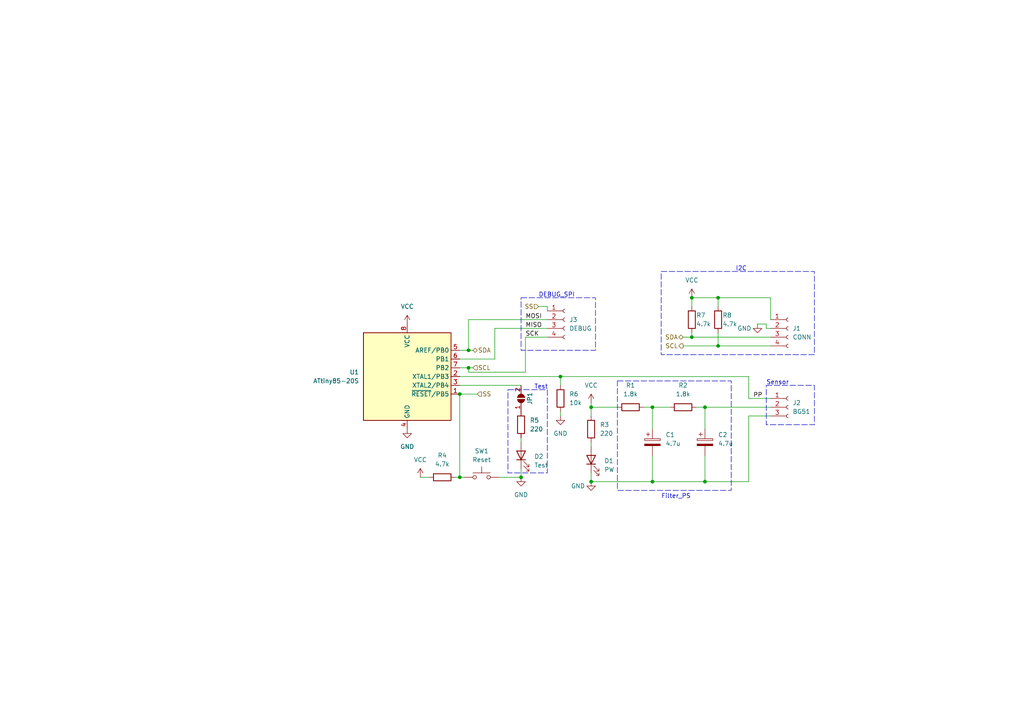
<source format=kicad_sch>
(kicad_sch (version 20230121) (generator eeschema)
  (paper "A4")
  (lib_symbols
    (symbol "Connector:Conn_01x03_Socket" (pin_names (offset 1.016) hide)
      (property "Reference" "J" (at 0 5.08 0))
      (property "Value" "Conn_01x03_Socket" (at 0 -5.08 0))
      (symbol "Conn_01x03_Socket_1_1"
        (arc (start 0 -2.032) (mid -0.5058 -2.54) (end 0 -3.048) (stroke (width 0.1524)))
        (polyline (pts (xy -1.27 -2.54) (xy -0.508 -2.54)) (stroke (width 0.1524)))
        (polyline (pts (xy -1.27 0) (xy -0.508 0)) (stroke (width 0.1524)))
        (polyline (pts (xy -1.27 2.54) (xy -0.508 2.54)) (stroke (width 0.1524)))
        (arc (start 0 0.508) (mid -0.5058 0) (end 0 -0.508) (stroke (width 0.1524)))
        (arc (start 0 3.048) (mid -0.5058 2.54) (end 0 2.032) (stroke (width 0.1524)))
        (pin passive line (at -5.08 2.54 0) (length 3.81) (name "Pin_1") (number "1"))
        (pin passive line (at -5.08 0 0) (length 3.81) (name "Pin_2") (number "2"))
        (pin passive line (at -5.08 -2.54 0) (length 3.81) (name "Pin_3") (number "3"))
      )
    )
    (symbol "Connector:Conn_01x04_Socket" (pin_names (offset 1.016) hide)
      (property "Reference" "J" (at 0 5.08 0))
      (property "Value" "Conn_01x04_Socket" (at 0 -7.62 0))
      (symbol "Conn_01x04_Socket_1_1"
        (arc (start 0 -4.572) (mid -0.5058 -5.08) (end 0 -5.588) (stroke (width 0.1524)))
        (arc (start 0 -2.032) (mid -0.5058 -2.54) (end 0 -3.048) (stroke (width 0.1524)))
        (polyline (pts (xy -1.27 -5.08) (xy -0.508 -5.08)) (stroke (width 0.1524)))
        (polyline (pts (xy -1.27 -2.54) (xy -0.508 -2.54)) (stroke (width 0.1524)))
        (polyline (pts (xy -1.27 0) (xy -0.508 0)) (stroke (width 0.1524)))
        (polyline (pts (xy -1.27 2.54) (xy -0.508 2.54)) (stroke (width 0.1524)))
        (arc (start 0 0.508) (mid -0.5058 0) (end 0 -0.508) (stroke (width 0.1524)))
        (arc (start 0 3.048) (mid -0.5058 2.54) (end 0 2.032) (stroke (width 0.1524)))
        (pin passive line (at -5.08 2.54 0) (length 3.81) (name "Pin_1") (number "1"))
        (pin passive line (at -5.08 0 0) (length 3.81) (name "Pin_2") (number "2"))
        (pin passive line (at -5.08 -2.54 0) (length 3.81) (name "Pin_3") (number "3"))
        (pin passive line (at -5.08 -5.08 0) (length 3.81) (name "Pin_4") (number "4"))
      )
    )
    (symbol "Device:C_Polarized" (pin_numbers hide) (pin_names (offset 0.254))
      (property "Reference" "C" (at 0.635 2.54 0))
      (property "Value" "C_Polarized" (at 0.635 -2.54 0))
      (symbol "C_Polarized_0_1"
        (rectangle (start -2.286 0.508) (end 2.286 1.016))
        (polyline (pts (xy -1.778 2.286) (xy -0.762 2.286)))
        (polyline (pts (xy -1.27 2.794) (xy -1.27 1.778)))
        (rectangle (start 2.286 -0.508) (end -2.286 -1.016) (fill (type outline)))
      )
      (symbol "C_Polarized_1_1"
        (pin passive line (at 0 3.81 270) (length 2.794) (name "~") (number "1"))
        (pin passive line (at 0 -3.81 90) (length 2.794) (name "~") (number "2"))
      )
    )
    (symbol "Device:LED" (pin_numbers hide) (pin_names (offset 1.016) hide)
      (property "Reference" "D" (at 0 2.54 0))
      (property "Value" "LED" (at 0 -2.54 0))
      (symbol "LED_0_1"
        (polyline (pts (xy -1.27 -1.27) (xy -1.27 1.27)) (stroke (width 0.254)))
        (polyline (pts (xy -1.27 0) (xy 1.27 0)))
        (polyline (pts (xy 1.27 -1.27) (xy 1.27 1.27) (xy -1.27 0) (xy 1.27 -1.27)) (stroke (width 0.254)))
        (polyline (pts (xy -3.048 -0.762) (xy -4.572 -2.286) (xy -3.81 -2.286) (xy -4.572 -2.286) (xy -4.572 -1.524)))
        (polyline (pts (xy -1.778 -0.762) (xy -3.302 -2.286) (xy -2.54 -2.286) (xy -3.302 -2.286) (xy -3.302 -1.524)))
      )
      (symbol "LED_1_1"
        (pin passive line (at -3.81 0 0) (length 2.54) (name "K") (number "1"))
        (pin passive line (at 3.81 0 180) (length 2.54) (name "A") (number "2"))
      )
    )
    (symbol "Device:R" (pin_numbers hide) (pin_names (offset 0))
      (property "Reference" "R" (at 2.032 0 90))
      (property "Value" "R" (at 0 0 90))
      (symbol "R_0_1"
        (rectangle (start -1.016 -2.54) (end 1.016 2.54) (stroke (width 0.254)))
      )
      (symbol "R_1_1"
        (pin passive line (at 0 3.81 270) (length 1.27) (name "~") (number "1"))
        (pin passive line (at 0 -3.81 90) (length 1.27) (name "~") (number "2"))
      )
    )
    (symbol "Jumper:SolderJumper_2_Open" (pin_names (offset 0) hide)
      (property "Reference" "JP" (at 0 2.032 0))
      (property "Value" "SolderJumper_2_Open" (at 0 -2.54 0))
      (symbol "SolderJumper_2_Open_0_1"
        (arc (start -0.254 1.016) (mid -1.2656 0) (end -0.254 -1.016))
        (arc (start -0.254 1.016) (mid -1.2656 0) (end -0.254 -1.016) (fill (type outline)))
        (polyline (pts (xy -0.254 1.016) (xy -0.254 -1.016)))
        (polyline (pts (xy 0.254 1.016) (xy 0.254 -1.016)))
        (arc (start 0.254 -1.016) (mid 1.2656 0) (end 0.254 1.016))
        (arc (start 0.254 -1.016) (mid 1.2656 0) (end 0.254 1.016) (fill (type outline)))
      )
      (symbol "SolderJumper_2_Open_1_1"
        (pin passive line (at -3.81 0 0) (length 2.54) (name "A") (number "1"))
        (pin passive line (at 3.81 0 180) (length 2.54) (name "B") (number "2"))
      )
    )
    (symbol "MCU_Microchip_ATtiny:ATtiny85-20S"
      (property "Reference" "U" (at -12.7 13.97 0))
      (property "Value" "ATtiny85-20S" (at 2.54 -13.97 0))
      (symbol "ATtiny85-20S_0_1"
        (rectangle (start -12.7 -12.7) (end 12.7 12.7) (stroke (width 0.254)) (fill (type background)))
      )
      (symbol "ATtiny85-20S_1_1"
        (pin bidirectional line (at 15.24 -5.08 180) (length 2.54) (name "~{RESET}/PB5") (number "1"))
        (pin bidirectional line (at 15.24 0 180) (length 2.54) (name "XTAL1/PB3") (number "2"))
        (pin bidirectional line (at 15.24 -2.54 180) (length 2.54) (name "XTAL2/PB4") (number "3"))
        (pin power_in line (at 0 -15.24 90) (length 2.54) (name "GND") (number "4"))
        (pin bidirectional line (at 15.24 7.62 180) (length 2.54) (name "AREF/PB0") (number "5"))
        (pin bidirectional line (at 15.24 5.08 180) (length 2.54) (name "PB1") (number "6"))
        (pin bidirectional line (at 15.24 2.54 180) (length 2.54) (name "PB2") (number "7"))
        (pin power_in line (at 0 15.24 270) (length 2.54) (name "VCC") (number "8"))
      )
    )
    (symbol "Switch:SW_Push" (pin_numbers hide) (pin_names (offset 1.016) hide)
      (property "Reference" "SW" (at 1.27 2.54 0))
      (property "Value" "SW_Push" (at 0 -1.524 0))
      (symbol "SW_Push_0_1"
        (circle (center -2.032 0) (radius 0.508))
        (polyline (pts (xy 0 1.27) (xy 0 3.048)))
        (polyline (pts (xy 2.54 1.27) (xy -2.54 1.27)))
        (circle (center 2.032 0) (radius 0.508))
        (pin passive line (at -5.08 0 0) (length 2.54) (name "1") (number "1"))
        (pin passive line (at 5.08 0 180) (length 2.54) (name "2") (number "2"))
      )
    )
    (symbol "power:GND" (power) (pin_names (offset 0))
      (property "Value" "GND" (at 0 -3.81 0))
      (symbol "GND_0_1"
        (polyline (pts (xy 0 0) (xy 0 -1.27) (xy 1.27 -1.27) (xy 0 -2.54) (xy -1.27 -1.27) (xy 0 -1.27)))
      )
      (symbol "GND_1_1"
        (pin power_in line (at 0 0 270) (length 0) hide (name "GND") (number "1"))
      )
    )
    (symbol "power:VCC" (power) (pin_names (offset 0))
      (property "Value" "VCC" (at 0 3.81 0))
      (symbol "VCC_0_1"
        (polyline (pts (xy -0.762 1.27) (xy 0 2.54)))
        (polyline (pts (xy 0 0) (xy 0 2.54)))
        (polyline (pts (xy 0 2.54) (xy 0.762 1.27)))
      )
      (symbol "VCC_1_1"
        (pin power_in line (at 0 0 90) (length 0) hide (name "VCC") (number "1"))
      )
    )
  )
  (junction (at 204.47 118.11))
  (junction (at 204.47 139.7))
  (junction (at 151.13 138.43))
  (junction (at 135.89 101.6))
  (junction (at 200.66 97.79))
  (junction (at 208.28 86.36))
  (junction (at 200.66 86.36))
  (junction (at 189.23 139.7))
  (junction (at 162.56 109.22))
  (junction (at 171.45 118.11))
  (junction (at 133.35 138.43))
  (junction (at 171.45 139.7))
  (junction (at 208.28 100.33))
  (junction (at 189.23 118.11))
  (junction (at 135.89 106.68))
  (junction (at 133.35 114.3))
  (wire (pts (xy 171.45 118.11) (xy 171.45 120.65)))
  (wire (pts (xy 171.45 116.84) (xy 171.45 118.11)))
  (wire (pts (xy 171.45 137.16) (xy 171.45 139.7)))
  (wire (pts (xy 156.21 88.9) (xy 158.75 88.9)))
  (wire (pts (xy 135.89 106.68) (xy 137.16 106.68)))
  (wire (pts (xy 162.56 109.22) (xy 217.17 109.22)))
  (wire (pts (xy 208.28 100.33) (xy 223.52 100.33)))
  (wire (pts (xy 204.47 118.11) (xy 204.47 124.46)))
  (wire (pts (xy 200.66 96.52) (xy 200.66 97.79)))
  (wire (pts (xy 208.28 86.36) (xy 223.52 86.36)))
  (wire (pts (xy 143.51 104.14) (xy 143.51 95.25)))
  (wire (pts (xy 217.17 120.65) (xy 223.52 120.65)))
  (wire (pts (xy 162.56 109.22) (xy 162.56 111.76)))
  (wire (pts (xy 152.4 97.79) (xy 158.75 97.79)))
  (wire (pts (xy 135.89 101.6) (xy 137.16 101.6)))
  (wire (pts (xy 144.78 138.43) (xy 151.13 138.43)))
  (wire (pts (xy 189.23 139.7) (xy 204.47 139.7)))
  (wire (pts (xy 217.17 120.65) (xy 217.17 139.7)))
  (wire (pts (xy 200.66 88.9) (xy 200.66 86.36)))
  (wire (pts (xy 135.89 107.95) (xy 135.89 106.68)))
  (wire (pts (xy 133.35 138.43) (xy 134.62 138.43)))
  (wire (pts (xy 198.12 100.33) (xy 208.28 100.33)))
  (wire (pts (xy 200.66 97.79) (xy 223.52 97.79)))
  (wire (pts (xy 171.45 139.7) (xy 189.23 139.7)))
  (wire (pts (xy 223.52 86.36) (xy 223.52 92.71)))
  (wire (pts (xy 143.51 95.25) (xy 158.75 95.25)))
  (wire (pts (xy 135.89 92.71) (xy 135.89 101.6)))
  (wire (pts (xy 135.89 92.71) (xy 158.75 92.71)))
  (wire (pts (xy 186.69 118.11) (xy 189.23 118.11)))
  (wire (pts (xy 158.75 88.9) (xy 158.75 90.17)))
  (wire (pts (xy 133.35 101.6) (xy 135.89 101.6)))
  (wire (pts (xy 222.25 93.98) (xy 222.25 95.25)))
  (wire (pts (xy 133.35 109.22) (xy 162.56 109.22)))
  (wire (pts (xy 152.4 97.79) (xy 152.4 107.95)))
  (wire (pts (xy 201.93 118.11) (xy 204.47 118.11)))
  (wire (pts (xy 208.28 86.36) (xy 208.28 88.9)))
  (wire (pts (xy 200.66 86.36) (xy 208.28 86.36)))
  (wire (pts (xy 189.23 118.11) (xy 194.31 118.11)))
  (wire (pts (xy 189.23 132.08) (xy 189.23 139.7)))
  (wire (pts (xy 204.47 139.7) (xy 217.17 139.7)))
  (wire (pts (xy 132.08 138.43) (xy 133.35 138.43)))
  (wire (pts (xy 198.12 97.79) (xy 200.66 97.79)))
  (wire (pts (xy 171.45 128.27) (xy 171.45 129.54)))
  (wire (pts (xy 204.47 132.08) (xy 204.47 139.7)))
  (wire (pts (xy 204.47 118.11) (xy 223.52 118.11)))
  (wire (pts (xy 151.13 135.89) (xy 151.13 138.43)))
  (wire (pts (xy 171.45 118.11) (xy 179.07 118.11)))
  (wire (pts (xy 133.35 104.14) (xy 143.51 104.14)))
  (wire (pts (xy 133.35 114.3) (xy 138.43 114.3)))
  (wire (pts (xy 189.23 118.11) (xy 189.23 124.46)))
  (wire (pts (xy 217.17 109.22) (xy 217.17 115.57)))
  (wire (pts (xy 219.71 93.98) (xy 222.25 93.98)))
  (wire (pts (xy 222.25 95.25) (xy 223.52 95.25)))
  (wire (pts (xy 135.89 107.95) (xy 152.4 107.95)))
  (wire (pts (xy 133.35 114.3) (xy 133.35 138.43)))
  (wire (pts (xy 208.28 96.52) (xy 208.28 100.33)))
  (wire (pts (xy 133.35 106.68) (xy 135.89 106.68)))
  (wire (pts (xy 162.56 119.38) (xy 162.56 120.65)))
  (wire (pts (xy 133.35 111.76) (xy 151.13 111.76)))
  (wire (pts (xy 217.17 115.57) (xy 223.52 115.57)))
  (wire (pts (xy 121.92 138.43) (xy 124.46 138.43)))
  (wire (pts (xy 151.13 127) (xy 151.13 128.27)))
  (rectangle (start 191.77 78.74) (end 236.22 102.87) (stroke (width 0) (type dash)))
  (rectangle (start 151.13 86.36) (end 172.72 101.6) (stroke (width 0) (type dash)))
  (rectangle (start 222.25 111.76) (end 236.22 123.19) (stroke (width 0) (type dash)))
  (rectangle (start 179.07 110.49) (end 212.09 142.24) (stroke (width 0) (type dash)))
  (rectangle (start 147.32 113.03) (end 158.75 137.16) (stroke (width 0) (type dash)))
  (text "Filter_PS" (at 191.77 144.78 0) (effects (font (size 1.27 1.27)) (justify left bottom)))
  (text "Test" (at 154.94 113.03 0) (effects (font (size 1.27 1.27)) (justify left bottom)))
  (text "Sensor" (at 222.25 111.76 0) (effects (font (size 1.27 1.27)) (justify left bottom)))
  (text "DEBUG_SPI" (at 156.21 86.36 0) (effects (font (size 1.27 1.27)) (justify left bottom)))
  (text "I2C\n" (at 213.36 78.74 0) (effects (font (size 1.27 1.27)) (justify left bottom)))
  (label "MISO" (at 152.4 95.25 0))
  (label "MOSI" (at 152.4 92.71 0))
  (label "SCK" (at 152.4 97.79 0))
  (label "PP" (at 218.44 115.57 0))
  (hierarchical_label "SS" (shape input) (at 156.21 88.9 180))
  (hierarchical_label "SCL" (shape output) (at 198.12 100.33 180))
  (hierarchical_label "SS" (shape input) (at 138.43 114.3 0))
  (hierarchical_label "SDA" (shape bidirectional) (at 137.16 101.6 0))
  (hierarchical_label "SCL" (shape input) (at 137.16 106.68 0))
  (hierarchical_label "SDA" (shape bidirectional) (at 198.12 97.79 180))
  (symbol (lib_id "power:VCC") (at 200.66 86.36 0) (unit 1)
    (property "Reference" "#PWR03" (effects hide))
    (property "Value" "VCC" (at 200.66 81.28 0))
  )
  (symbol (lib_id "power:GND") (at 118.11 124.46 0) (unit 1)
    (property "Reference" "#PWR01" (effects hide))
    (property "Value" "GND" (at 118.11 129.54 0))
  )
  (symbol (lib_id "power:VCC") (at 118.11 93.98 0) (unit 1)
    (property "Reference" "#PWR02" (effects hide))
    (property "Value" "VCC" (at 118.11 88.9 0))
  )
  (symbol (lib_id "power:VCC") (at 171.45 116.84 0) (unit 1)
    (property "Reference" "#PWR06" (effects hide))
    (property "Value" "VCC" (at 171.45 111.76 0))
  )
  (symbol (lib_id "Connector:Conn_01x03_Socket") (at 228.6 118.11 0) (unit 1)
    (property "Reference" "J2" (at 229.87 116.84 0) (effects (justify left)))
    (property "Value" "BG51" (at 229.87 119.38 0) (effects (justify left)))
    (property "Footprint" "Connector:FanPinHeader_1x03_P2.54mm_Vertical" (effects hide))
  )
  (symbol (lib_id "Jumper:SolderJumper_2_Open") (at 151.13 115.57 90) (unit 1)
    (property "Reference" "JP1" (at 153.67 115.57 0))
    (property "Value" "SolderJumper_2_Open" (effects hide))
    (property "Footprint" "Connector_Wire:SolderWire-0.1sqmm_1x02_P3.6mm_D0.4mm_OD1mm" (effects hide))
  )
  (symbol (lib_id "power:GND") (at 219.71 93.98 0) (unit 1)
    (property "Reference" "#PWR04" (effects hide))
    (property "Value" "GND" (at 215.9 95.25 0))
  )
  (symbol (lib_id "Device:R") (at 200.66 92.71 0) (unit 1)
    (property "Reference" "R7" (at 201.93 91.44 0) (effects (justify left)))
    (property "Value" "4.7k" (at 201.93 93.98 0) (effects (justify left)))
    (property "Footprint" "Resistor_SMD:R_0402_1005Metric" (effects hide))
  )
  (symbol (lib_id "Connector:Conn_01x04_Socket") (at 163.83 92.71 0) (unit 1)
    (property "Reference" "J3" (at 165.1 92.71 0) (effects (justify left)))
    (property "Value" "DEBUG" (at 165.1 95.25 0) (effects (justify left)))
    (property "Footprint" "Connector_PinHeader_1.27mm:PinHeader_1x04_P1.27mm_Vertical" (effects hide))
  )
  (symbol (lib_id "power:GND") (at 171.45 139.7 0) (unit 1)
    (property "Reference" "#PWR05" (effects hide))
    (property "Value" "GND" (at 167.64 140.97 0))
  )
  (symbol (lib_id "power:GND") (at 162.56 120.65 0) (unit 1)
    (property "Reference" "#PWR09" (effects hide))
    (property "Value" "GND" (at 162.56 125.73 0))
  )
  (symbol (lib_id "Device:R") (at 198.12 118.11 90) (unit 1)
    (property "Reference" "R2" (at 198.12 111.76 90))
    (property "Value" "1.8k" (at 198.12 114.3 90))
    (property "Footprint" "Resistor_SMD:R_0402_1005Metric" (effects hide))
  )
  (symbol (lib_id "Device:R") (at 128.27 138.43 90) (unit 1)
    (property "Reference" "R4" (at 128.27 132.08 90))
    (property "Value" "4.7k" (at 128.27 134.62 90))
    (property "Footprint" "Resistor_SMD:R_0402_1005Metric" (effects hide))
  )
  (symbol (lib_id "Device:R") (at 182.88 118.11 90) (unit 1)
    (property "Reference" "R1" (at 182.88 111.76 90))
    (property "Value" "1.8k" (at 182.88 114.3 90))
    (property "Footprint" "Resistor_SMD:R_0402_1005Metric" (effects hide))
  )
  (symbol (lib_id "Switch:SW_Push") (at 139.7 138.43 0) (unit 1)
    (property "Reference" "SW1" (at 139.7 130.81 0))
    (property "Value" "Reset" (at 139.7 133.35 0))
    (property "Footprint" "Button_Switch_SMD:SW_Push_1P1T_NO_6x6mm_H9.5mm" (effects hide))
  )
  (symbol (lib_id "Connector:Conn_01x04_Socket") (at 228.6 95.25 0) (unit 1)
    (property "Reference" "J1" (at 229.87 95.25 0) (effects (justify left)))
    (property "Value" "CONN" (at 229.87 97.79 0) (effects (justify left)))
    (property "Footprint" "Connector:FanPinHeader_1x04_P2.54mm_Vertical" (effects hide))
  )
  (symbol (lib_id "power:GND") (at 151.13 138.43 0) (unit 1)
    (property "Reference" "#PWR08" (effects hide))
    (property "Value" "GND" (at 151.13 143.51 0))
  )
  (symbol (lib_id "Device:LED") (at 171.45 133.35 90) (unit 1)
    (property "Reference" "D1" (at 175.26 133.6675 90) (effects (justify right)))
    (property "Value" "PW" (at 175.26 136.2075 90) (effects (justify right)))
    (property "Footprint" "LED_SMD:LED_1206_3216Metric_ReverseMount_Hole1.8x2.4mm" (effects hide))
  )
  (symbol (lib_id "MCU_Microchip_ATtiny:ATtiny85-20S") (at 118.11 109.22 0) (unit 1)
    (property "Reference" "U1" (at 104.14 107.95 0) (effects (justify right)))
    (property "Value" "ATtiny85-20S" (at 104.14 110.49 0) (effects (justify right)))
    (property "Footprint" "Package_SO:SOIC-8W_5.3x5.3mm_P1.27mm" (effects hide))
    (property "Datasheet" "http://ww1.microchip.com/downloads/en/DeviceDoc/atmel-2586-avr-8-bit-microcontroller-attiny25-attiny45-attiny85_datasheet.pdf" (effects hide))
  )
  (symbol (lib_id "Device:R") (at 151.13 123.19 0) (unit 1)
    (property "Reference" "R5" (at 153.67 121.92 0) (effects (justify left)))
    (property "Value" "220" (at 153.67 124.46 0) (effects (justify left)))
    (property "Footprint" "Resistor_SMD:R_0402_1005Metric" (effects hide))
  )
  (symbol (lib_id "Device:LED") (at 151.13 132.08 90) (unit 1)
    (property "Reference" "D2" (at 154.94 132.3975 90) (effects (justify right)))
    (property "Value" "Test" (at 154.94 134.9375 90) (effects (justify right)))
    (property "Footprint" "LED_SMD:LED_1206_3216Metric_ReverseMount_Hole1.8x2.4mm" (effects hide))
  )
  (symbol (lib_id "Device:C_Polarized") (at 204.47 128.27 0) (unit 1)
    (property "Reference" "C2" (at 208.28 126.111 0) (effects (justify left)))
    (property "Value" "4.7u" (at 208.28 128.651 0) (effects (justify left)))
    (property "Footprint" "Capacitor_SMD:C_Elec_3x5.4" (effects hide))
  )
  (symbol (lib_id "Device:R") (at 208.28 92.71 0) (unit 1)
    (property "Reference" "R8" (at 209.55 91.44 0) (effects (justify left)))
    (property "Value" "4.7k" (at 209.55 93.98 0) (effects (justify left)))
    (property "Footprint" "Resistor_SMD:R_0402_1005Metric" (effects hide))
  )
  (symbol (lib_id "Device:R") (at 162.56 115.57 0) (unit 1)
    (property "Reference" "R6" (at 165.1 114.3 0) (effects (justify left)))
    (property "Value" "10k" (at 165.1 116.84 0) (effects (justify left)))
    (property "Footprint" "Resistor_SMD:R_0402_1005Metric" (effects hide))
  )
  (symbol (lib_id "Device:C_Polarized") (at 189.23 128.27 0) (unit 1)
    (property "Reference" "C1" (at 193.04 126.111 0) (effects (justify left)))
    (property "Value" "4.7u" (at 193.04 128.651 0) (effects (justify left)))
    (property "Footprint" "Capacitor_SMD:C_Elec_3x5.4" (effects hide))
  )
  (symbol (lib_id "power:VCC") (at 121.92 138.43 0) (unit 1)
    (property "Reference" "#PWR07" (effects hide))
    (property "Value" "VCC" (at 121.92 133.35 0))
  )
  (symbol (lib_id "Device:R") (at 171.45 124.46 0) (unit 1)
    (property "Reference" "R3" (at 173.99 123.19 0) (effects (justify left)))
    (property "Value" "220" (at 173.99 125.73 0) (effects (justify left)))
    (property "Footprint" "Resistor_SMD:R_0402_1005Metric" (effects hide))
  )
)
</source>
